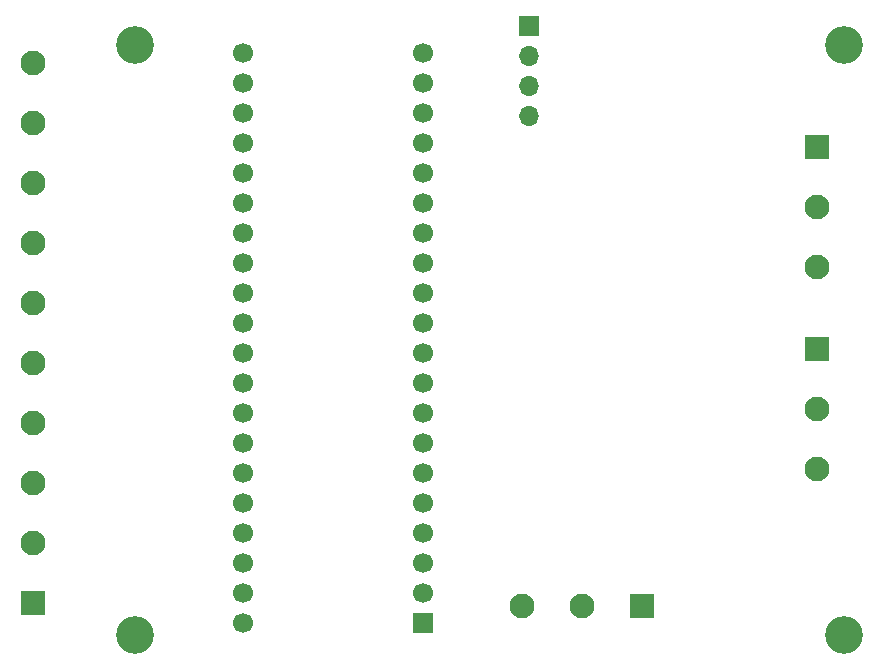
<source format=gbr>
%TF.GenerationSoftware,KiCad,Pcbnew,(6.0.7)*%
%TF.CreationDate,2022-12-23T20:26:00-08:00*%
%TF.ProjectId,SensorStackBoardBluePill,53656e73-6f72-4537-9461-636b426f6172,rev?*%
%TF.SameCoordinates,Original*%
%TF.FileFunction,Soldermask,Bot*%
%TF.FilePolarity,Negative*%
%FSLAX46Y46*%
G04 Gerber Fmt 4.6, Leading zero omitted, Abs format (unit mm)*
G04 Created by KiCad (PCBNEW (6.0.7)) date 2022-12-23 20:26:00*
%MOMM*%
%LPD*%
G01*
G04 APERTURE LIST*
%ADD10C,3.200000*%
%ADD11R,1.700000X1.700000*%
%ADD12C,1.700000*%
%ADD13R,2.100000X2.100000*%
%ADD14C,2.100000*%
%ADD15O,1.700000X1.700000*%
G04 APERTURE END LIST*
D10*
%TO.C,H1*%
X108712000Y-54610000D03*
%TD*%
D11*
%TO.C,U1*%
X133040000Y-103610000D03*
D12*
X133040000Y-101070000D03*
X133040000Y-98530000D03*
X133040000Y-95990000D03*
X133040000Y-93450000D03*
X133040000Y-90910000D03*
X133040000Y-88370000D03*
X133040000Y-85830000D03*
X133040000Y-83290000D03*
X133040000Y-80750000D03*
X133040000Y-78210000D03*
X133040000Y-75670000D03*
X133040000Y-73130000D03*
X133040000Y-70590000D03*
X133040000Y-68050000D03*
X133040000Y-65510000D03*
X133040000Y-62970000D03*
X133040000Y-60430000D03*
X133040000Y-57890000D03*
X133040000Y-55350000D03*
X117800000Y-55350000D03*
X117800000Y-57890000D03*
X117800000Y-60430000D03*
X117800000Y-62970000D03*
X117800000Y-65510000D03*
X117800000Y-68050000D03*
X117800000Y-70590000D03*
X117800000Y-73130000D03*
X117800000Y-75670000D03*
X117800000Y-78210000D03*
X117800000Y-80750000D03*
X117800000Y-83290000D03*
X117800000Y-85830000D03*
X117800000Y-88370000D03*
X117800000Y-90910000D03*
X117800000Y-93450000D03*
X117800000Y-95990000D03*
X117800000Y-98530000D03*
X117800000Y-101070000D03*
X117800000Y-103610000D03*
%TD*%
D13*
%TO.C,J1*%
X100075000Y-101870000D03*
D14*
X100075000Y-96790000D03*
X100075000Y-91710000D03*
X100075000Y-86630000D03*
X100075000Y-81550000D03*
X100075000Y-76470000D03*
X100075000Y-71390000D03*
X100075000Y-66310000D03*
X100075000Y-61230000D03*
X100075000Y-56150000D03*
%TD*%
D10*
%TO.C,H3*%
X168712000Y-104610000D03*
%TD*%
%TO.C,H4*%
X108712000Y-104610000D03*
%TD*%
%TO.C,H2*%
X168712000Y-54610000D03*
%TD*%
D11*
%TO.C,J2*%
X142025000Y-53000000D03*
D15*
X142025000Y-55540000D03*
X142025000Y-58080000D03*
X142025000Y-60620000D03*
%TD*%
D13*
%TO.C,J3*%
X166449000Y-63241000D03*
D14*
X166449000Y-68321000D03*
X166449000Y-73401000D03*
%TD*%
D13*
%TO.C,J5*%
X151638000Y-102108000D03*
D14*
X146558000Y-102108000D03*
X141478000Y-102108000D03*
%TD*%
D13*
%TO.C,J4*%
X166449000Y-80386000D03*
D14*
X166449000Y-85466000D03*
X166449000Y-90546000D03*
%TD*%
M02*

</source>
